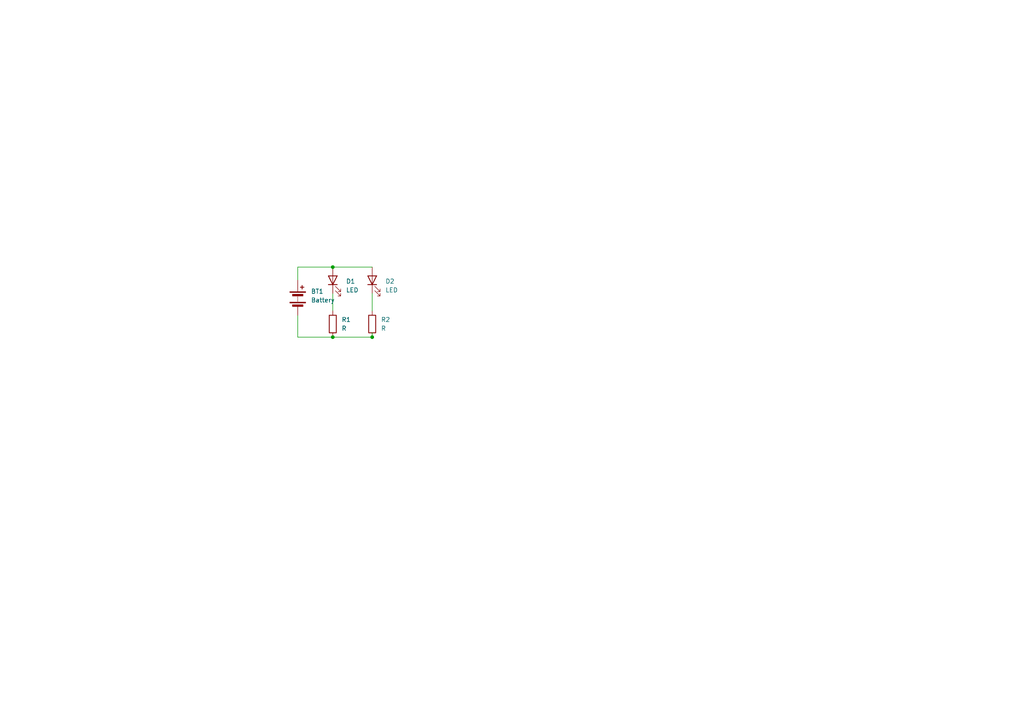
<source format=kicad_sch>
(kicad_sch (version 20250114) (generator "eeschema") (generator_version "9.0")
  (paper "A4")
  (lib_symbols
    (symbol "Device:Battery" (pin_numbers (hide yes)) (pin_names (offset 0) (hide yes))
      (property "Reference" "BT" (at 2.54 2.54 0))
      (property "Value" "Battery" (at 2.54 0 0))
      (symbol "Battery_0_1"
        (rectangle (start -2.286 1.778) (end 2.286 1.524) (fill (type outline)))
        (rectangle (start -2.286 -1.27) (end 2.286 -1.524) (fill (type outline)))
        (rectangle (start -1.524 1.016) (end 1.524 0.508) (fill (type outline)))
        (rectangle (start -1.524 -2.032) (end 1.524 -2.54) (fill (type outline)))
        (polyline (pts (xy 0 1.778) (xy 0 2.54)))
        (polyline (pts (xy 0 0) (xy 0 0.254)))
        (polyline (pts (xy 0 -0.508) (xy 0 -0.254)))
        (polyline (pts (xy 0 -1.016) (xy 0 -0.762)))
        (polyline (pts (xy 0.762 3.048) (xy 1.778 3.048)) (stroke (width 0.254)))
        (polyline (pts (xy 1.27 3.556) (xy 1.27 2.54)) (stroke (width 0.254)))
      )
      (symbol "Battery_1_1"
        (pin passive line (at 0 5.08 270) (length 2.54) (name "+") (number "1"))
        (pin passive line (at 0 -5.08 90) (length 2.54) (name "-") (number "2"))
      )
    )
    (symbol "Device:LED" (pin_numbers (hide yes)) (pin_names (offset 1.016) (hide yes))
      (property "Reference" "D" (at 0 2.54 0))
      (property "Value" "LED" (at 0 -2.54 0))
      (symbol "LED_0_1"
        (polyline (pts (xy -3.048 -0.762) (xy -4.572 -2.286) (xy -3.81 -2.286) (xy -4.572 -2.286) (xy -4.572 -1.524)))
        (polyline (pts (xy -1.778 -0.762) (xy -3.302 -2.286) (xy -2.54 -2.286) (xy -3.302 -2.286) (xy -3.302 -1.524)))
        (polyline (pts (xy -1.27 0) (xy 1.27 0)))
        (polyline (pts (xy -1.27 -1.27) (xy -1.27 1.27)) (stroke (width 0.254)))
        (polyline (pts (xy 1.27 -1.27) (xy 1.27 1.27) (xy -1.27 0) (xy 1.27 -1.27)) (stroke (width 0.254)))
      )
      (symbol "LED_1_1"
        (pin passive line (at -3.81 0 0) (length 2.54) (name "K") (number "1"))
        (pin passive line (at 3.81 0 180) (length 2.54) (name "A") (number "2"))
      )
    )
    (symbol "Device:R" (pin_numbers (hide yes)) (pin_names (offset 0))
      (property "Reference" "R" (at 2.032 0 90))
      (property "Value" "R" (at 0 0 90))
      (symbol "R_0_1"
        (rectangle (start -1.016 -2.54) (end 1.016 2.54) (stroke (width 0.254)))
      )
      (symbol "R_1_1"
        (pin passive line (at 0 3.81 270) (length 1.27) (name "~") (number "1"))
        (pin passive line (at 0 -3.81 90) (length 1.27) (name "~") (number "2"))
      )
    )
  )
  (junction (at 107.95 97.79))
  (junction (at 96.52 97.79))
  (junction (at 96.52 77.47))
  (wire (pts (xy 107.95 85.09) (xy 107.95 90.17)))
  (wire (pts (xy 86.36 81.28) (xy 86.36 77.47)))
  (wire (pts (xy 96.52 97.79) (xy 107.95 97.79)))
  (wire (pts (xy 96.52 77.47) (xy 107.95 77.47)))
  (wire (pts (xy 86.36 77.47) (xy 96.52 77.47)))
  (wire (pts (xy 107.95 96.52) (xy 107.95 97.79)))
  (wire (pts (xy 96.52 85.09) (xy 96.52 90.17)))
  (wire (pts (xy 86.36 97.79) (xy 96.52 97.79)))
  (wire (pts (xy 86.36 91.44) (xy 86.36 97.79)))
  (symbol (lib_id "Device:Battery") (at 86.36 86.36 0) (unit 1)
    (property "Reference" "BT1" (at 90.17 84.5184 0) (effects (justify left)))
    (property "Value" "Battery" (at 90.17 87.0584 0) (effects (justify left)))
    (property "Footprint" "Battery:BatteryHolder_Keystone_3034_1x20mm" (effects (hide yes)))
    (property "Description" "Multiple-cell battery" (effects (hide yes)))
  )
  (symbol (lib_id "Device:R") (at 96.52 93.98 0) (unit 1)
    (property "Reference" "R1" (at 99.06 92.7099 0) (effects (justify left)))
    (property "Value" "R" (at 99.06 95.2499 0) (effects (justify left)))
    (property "Footprint" "Resistor_THT:R_Axial_DIN0207_L6.3mm_D2.5mm_P7.62mm_Horizontal" (effects (hide yes)))
    (property "Description" "Resistor" (effects (hide yes)))
  )
  (symbol (lib_id "Device:LED") (at 107.95 81.28 90) (unit 1)
    (property "Reference" "D2" (at 111.76 81.5974 90) (effects (justify right)))
    (property "Value" "LED" (at 111.76 84.1374 90) (effects (justify right)))
    (property "Footprint" "LED_THT:LED_D5.0mm" (effects (hide yes)))
    (property "Description" "Light emitting diode" (effects (hide yes)))
    (property "Sim.Pins" "1=K 2=A" (effects (hide yes)))
  )
  (symbol (lib_id "Device:LED") (at 96.52 81.28 90) (unit 1)
    (property "Reference" "D1" (at 100.33 81.5974 90) (effects (justify right)))
    (property "Value" "LED" (at 100.33 84.1374 90) (effects (justify right)))
    (property "Footprint" "LED_THT:LED_D5.0mm" (effects (hide yes)))
    (property "Description" "Light emitting diode" (effects (hide yes)))
    (property "Sim.Pins" "1=K 2=A" (effects (hide yes)))
  )
  (symbol (lib_id "Device:R") (at 107.95 93.98 0) (unit 1)
    (property "Reference" "R2" (at 110.49 92.7099 0) (effects (justify left)))
    (property "Value" "R" (at 110.49 95.2499 0) (effects (justify left)))
    (property "Footprint" "Resistor_THT:R_Axial_DIN0207_L6.3mm_D2.5mm_P7.62mm_Horizontal" (effects (hide yes)))
    (property "Description" "Resistor" (effects (hide yes)))
  )
)
</source>
